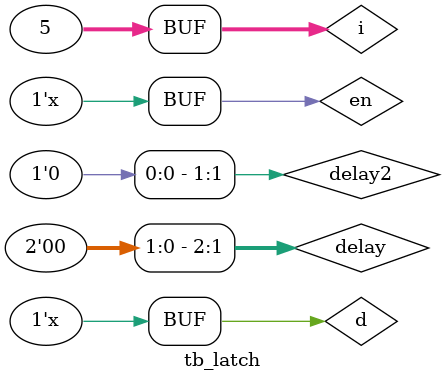
<source format=sv>

 
module tb_latch;
   // Declare variables that can be used to drive values to the design
   reg d;  
   reg en;
   reg [2:0] delay;
   reg [1:0] delay2;
   integer i;
  // Instantiate design and connect design ports with TB signals
   d_latch  dl0 ( .d (d),
                  .en (en),
                  .q (q));
 
   // This initial block forms the stimulus to test the design
   initial begin
      $monitor ("[%0t] en=%0b d=%0b q=%0b", $time, en, d, q);
 
      // 1. Initialize testbench variables
      d <= 0;
      en <= 0;
 
      // 3. Randomly change d and enable
      for (i = 0; i < 5; i=i+1) begin
         delay = $random;
         delay2 = $random;
         #(delay2) en <= ~en;
         #(delay) d <= ~d;   
      end
   end
  
  	   initial begin
     $dumpvars;
     $dumpfile("dump.vcd");
   end
  
endmodule
</source>
